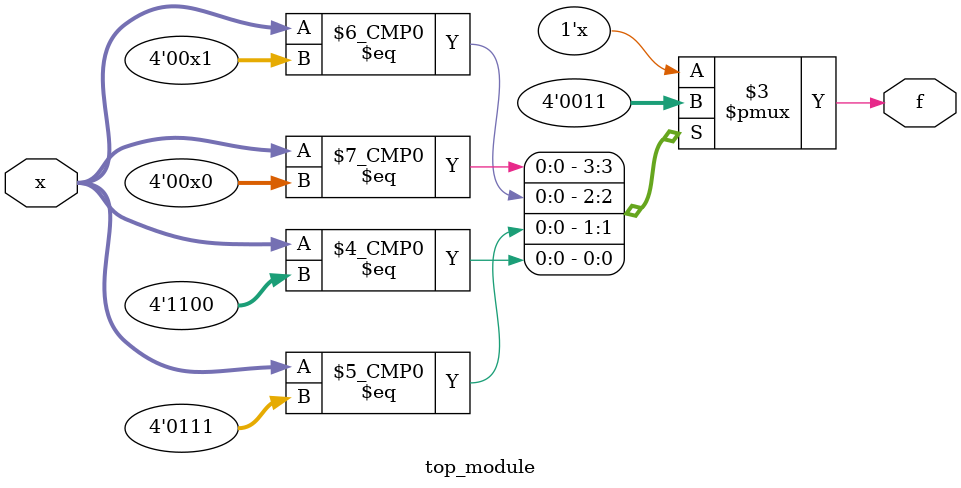
<source format=sv>
module top_module (
    input [4:1] x,
    output logic f
);

    always_comb begin
        case (x)
            4'b00x0: f = 1'b0;
            4'b00x1: f = 1'b0;
            4'b0111: f = 1'b1;
            4'b1100: f = 1'b1;
            default: f = 1'bx; // consider 'x' as don't care value
        endcase
    end
endmodule

</source>
